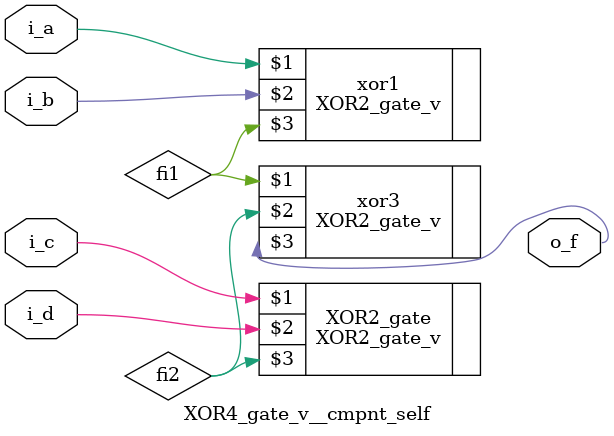
<source format=v>

module XOR4_gate_v__equation
  (input i_a, i_b, i_c, i_d,
   output o_f);
   
  assign o_f = (i_a ^ i_b) ^ (i_c ^ i_d);
  
endmodule


////////////////////////////////
// Behavior Model
////////////////////////////////
module XOR4_gate_v__behavior
  (input i_a, i_b, i_c, i_d,
   output o_f);
   
  assign o_f = (~ i_a & ~ i_b & ~ i_c &   i_d) | 
               (~ i_a & ~ i_b &   i_c & ~ i_d) |
               (~ i_a &   i_b & ~ i_c & ~ i_d) |
               (  i_a & ~ i_b & ~ i_c & ~ i_d) |
               (  i_a &   i_b &   i_c & ~ i_d) |
               (  i_a &   i_b & ~ i_c &   i_d) |
               (  i_a & ~ i_b &   i_c &   i_d) |
               (~ i_a &   i_b &   i_c &   i_d) ? 1 : 0;
  
endmodule



////////////////////////////////
// Component Model - Self - made of primatives
////////////////////////////////
module XOR4_gate_v__cmpnt_self
  (input i_a, i_b, i_c, i_d,
  output o_f);
   
  wire fi1, fi2; // internal outputs
   
  XOR2_gate_v xor1 (i_a, i_b, fi1);
  XOR2_gate_v XOR2_gate (i_c, i_d, fi2);
  XOR2_gate_v xor3 (fi1, fi2, o_f);

    
endmodule








</source>
